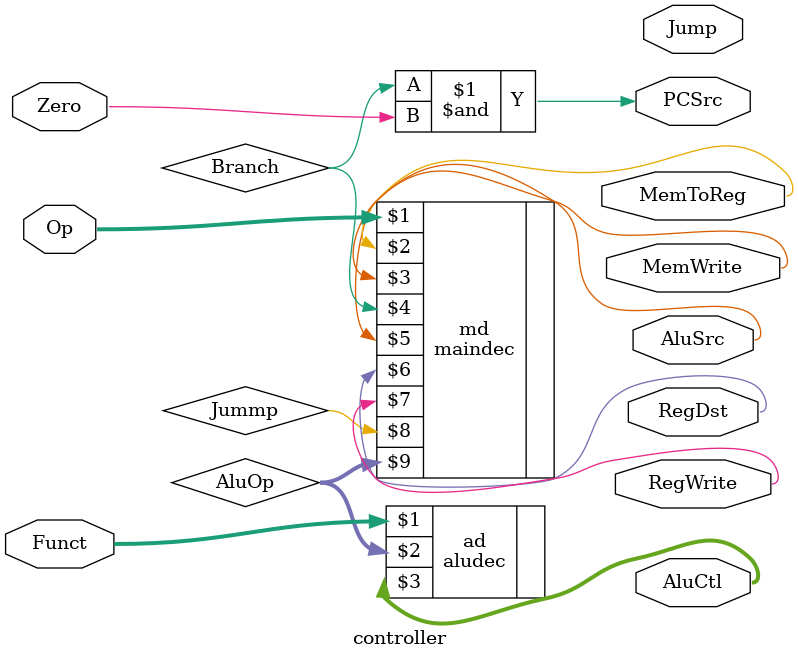
<source format=v>
`timescale 1ns / 1ps

module controller(
	input [5:0] Op, Funct,
	input Zero,
	output MemToReg, MemWrite,
	output PCSrc, AluSrc,
	output RegDst, RegWrite,
	output Jump,
	output [2:0] AluCtl);

	wire [1:0] AluOp;
	wire Branch;

	maindec md(Op, MemToReg, MemWrite, Branch, AluSrc, RegDst, RegWrite, Jummp, AluOp);
	aludec ad(Funct, AluOp, AluCtl);

	assign PCSrc = Branch & Zero;
endmodule

</source>
